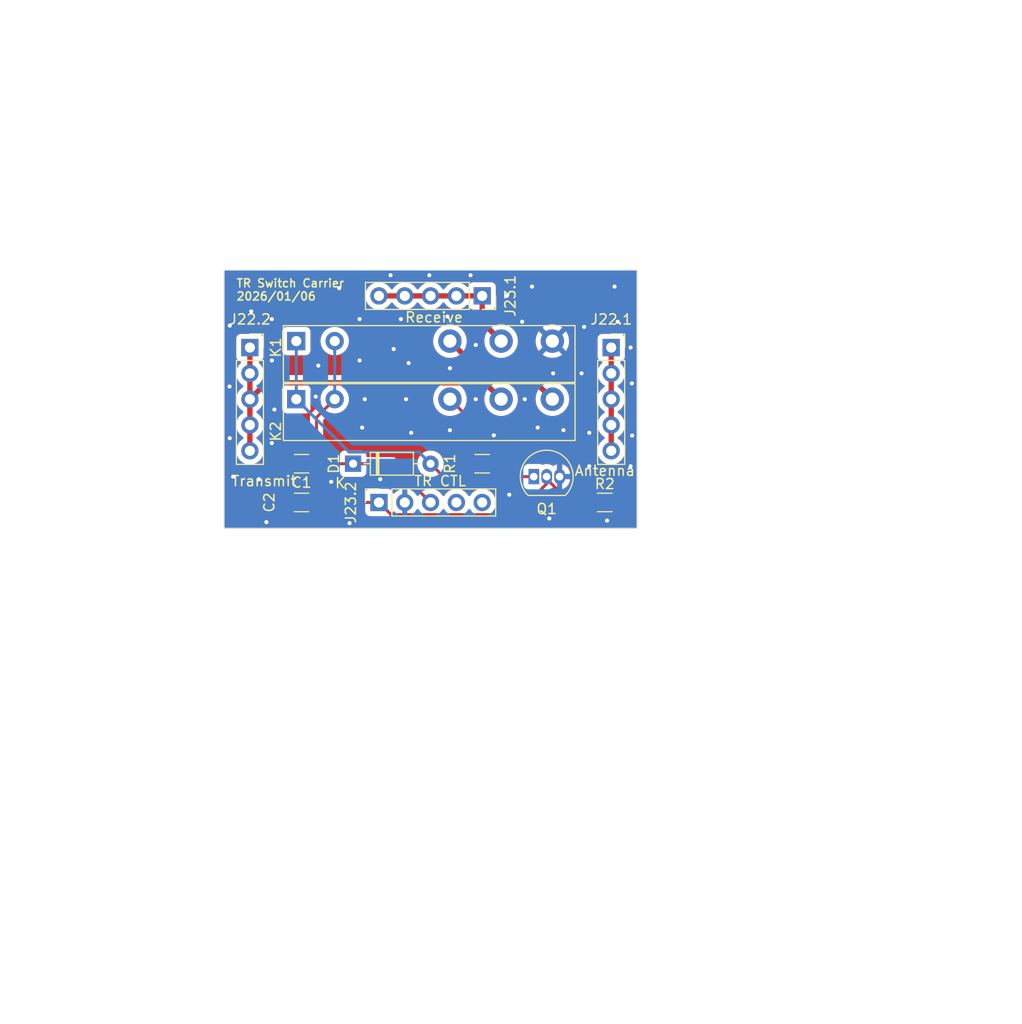
<source format=kicad_pcb>
(kicad_pcb (version 20241229) (generator "pcbnew") (generator_version "9.0")
  (layers (0 "F.Cu" signal) (2 "B.Cu" signal) (13 "F.Paste" user) (15 "B.Paste" user) (5 "F.SilkS" user "F.Silkscreen") (7 "B.SilkS" user "B.Silkscreen") (1 "F.Mask" user) (3 "B.Mask" user) (25 "Edge.Cuts" user))
  (net 0 "")
  (net 1 "GND")
  (net 2 "Net-(D1-K)")
  (net 3 "/TX")
  (net 4 "Net-(D1-A)")
  (net 5 "/ANT")
  (net 6 "Net-(J22.2-Pin_1)")
  (net 7 "Net-(J23.1-Pin_1)")
  (net 10 "Net-(K2-Pad12)")
  (footprint "Resistor_SMD:R_1206_3216Metric" (layer "F.Cu") (at 109.22 99.06)
    (property "Reference" "R2" (at 0 -1.82 0) (layer "F.SilkS"))
    (property "Value" "10k")
    (fp_line (start -0.727064 -0.91) (end 0.727064 -0.91) (stroke (width 0.12)) (layer "F.SilkS"))
    (fp_line (start -0.727064 0.91) (end 0.727064 0.91) (stroke (width 0.12)) (layer "F.SilkS"))
    (pad "1" smd roundrect (at -1.4625 0) (size 1.125 1.75) (layers "F.Cu" "F.Mask" "F.Paste") (roundrect_rratio 0.2222222222) (net 3 "/TX"))
    (pad "2" smd roundrect (at 1.4625 0) (size 1.125 1.75) (layers "F.Cu" "F.Mask" "F.Paste") (roundrect_rratio 0.2222222222) (net 1 "GND"))
  )
  (footprint "Resistor_SMD:R_1206_3216Metric" (layer "F.Cu") (at 97.155 95.25)
    (property "Reference" "R1" (at -3.175 0 90) (layer "F.SilkS"))
    (property "Value" "50R")
    (fp_line (start -0.727064 -0.91) (end 0.727064 -0.91) (stroke (width 0.12)) (layer "F.SilkS"))
    (fp_line (start -0.727064 0.91) (end 0.727064 0.91) (stroke (width 0.12)) (layer "F.SilkS"))
    (pad "1" smd roundrect (at -1.4625 0) (size 1.125 1.75) (layers "F.Cu" "F.Mask" "F.Paste") (roundrect_rratio 0.2222222222) (net 10 "Net-(K2-Pad12)"))
    (pad "2" smd roundrect (at 1.4625 0) (size 1.125 1.75) (layers "F.Cu" "F.Mask" "F.Paste") (roundrect_rratio 0.2222222222) (net 1 "GND"))
  )
  (footprint "T41_Library:Relay_SPDT_HF41F12-ZS" (layer "F.Cu") (at 78.86 88.9)
    (property "Reference" "K2" (at -2.025 3.175 270) (layer "F.SilkS"))
    (property "Value" "HF41F/12-ZS")
    (fp_rect (start 27.432 -1.524) (end -1.27 4.064) (stroke (width 0.12)) (fill no) (layer "F.SilkS"))
    (pad "11" thru_hole circle (at 20.16 0 90) (size 2.3 2.3) (drill 1.3) (layers "*.Cu" "*.Mask") (net 6 "Net-(J22.2-Pin_1)"))
    (pad "12" thru_hole circle (at 15.12 0 90) (size 2.3 2.3) (drill 1.3) (layers "*.Cu" "*.Mask") (net 10 "Net-(K2-Pad12)"))
    (pad "14" thru_hole circle (at 25.2 0 90) (size 2.3 2.3) (drill 1.3) (layers "*.Cu" "*.Mask") (net 5 "/ANT"))
    (pad "A1" thru_hole rect (at 0 0 90) (size 1.8 1.8) (drill 1) (layers "*.Cu" "*.Mask") (net 4 "Net-(D1-A)"))
    (pad "A2" thru_hole circle (at 3.78 0 90) (size 1.8 1.8) (drill 1) (layers "*.Cu" "*.Mask") (net 2 "Net-(D1-K)"))
  )
  (footprint "Capacitor_SMD:C_1206_3216Metric" (layer "F.Cu") (at 79.375 95.25 180)
    (property "Reference" "C1" (at 0 -1.85 0) (layer "F.SilkS"))
    (property "Value" "0.1uF 50V")
    (fp_line (start -0.711252 0.91) (end 0.711252 0.91) (stroke (width 0.12)) (layer "F.SilkS"))
    (fp_line (start -0.711252 -0.91) (end 0.711252 -0.91) (stroke (width 0.12)) (layer "F.SilkS"))
    (pad "1" smd roundrect (at -1.475 0 180) (size 1.15 1.8) (layers "F.Cu" "F.Mask" "F.Paste") (roundrect_rratio 0.2173913043) (net 2 "Net-(D1-K)"))
    (pad "2" smd roundrect (at 1.475 0 180) (size 1.15 1.8) (layers "F.Cu" "F.Mask" "F.Paste") (roundrect_rratio 0.2173913043) (net 1 "GND"))
  )
  (footprint "Connector_PinSocket_2.54mm:PinSocket_1x05_P2.54mm_Vertical" (layer "F.Cu") (at 74.295 83.82)
    (property "Reference" "J22.2" (at 0 -2.77 0) (layer "F.SilkS"))
    (property "Value" "TRANSMIT")
    (fp_line (start -1.33 1.27) (end -1.33 11.49) (stroke (width 0.12)) (layer "F.SilkS"))
    (fp_line (start -1.33 1.27) (end 1.33 1.27) (stroke (width 0.12)) (layer "F.SilkS"))
    (fp_line (start -1.33 11.49) (end 1.33 11.49) (stroke (width 0.12)) (layer "F.SilkS"))
    (fp_line (start 0 -1.33) (end 1.33 -1.33) (stroke (width 0.12)) (layer "F.SilkS"))
    (fp_line (start 1.33 -1.33) (end 1.33 0) (stroke (width 0.12)) (layer "F.SilkS"))
    (fp_line (start 1.33 1.27) (end 1.33 11.49) (stroke (width 0.12)) (layer "F.SilkS"))
    (pad "1" thru_hole rect (at 0 0) (size 1.7 1.7) (drill 1) (layers "*.Cu" "*.Mask") (net 6 "Net-(J22.2-Pin_1)"))
    (pad "2" thru_hole oval (at 0 2.54) (size 1.7 1.7) (drill 1) (layers "*.Cu" "*.Mask") (net 6 "Net-(J22.2-Pin_1)"))
    (pad "3" thru_hole oval (at 0 5.08) (size 1.7 1.7) (drill 1) (layers "*.Cu" "*.Mask") (net 6 "Net-(J22.2-Pin_1)"))
    (pad "4" thru_hole oval (at 0 7.62) (size 1.7 1.7) (drill 1) (layers "*.Cu" "*.Mask") (net 6 "Net-(J22.2-Pin_1)"))
    (pad "5" thru_hole oval (at 0 10.16) (size 1.7 1.7) (drill 1) (layers "*.Cu" "*.Mask") (net 6 "Net-(J22.2-Pin_1)"))
  )
  (footprint "T41_Library:Relay_SPDT_HF41F12-ZS" (layer "F.Cu") (at 78.86 83.185)
    (property "Reference" "K1" (at -2.025 0.635 90) (layer "F.SilkS"))
    (property "Value" "HF41F/12-ZS")
    (fp_rect (start 27.432 -1.524) (end -1.27 4.064) (stroke (width 0.12)) (fill no) (layer "F.SilkS"))
    (pad "11" thru_hole circle (at 20.16 0 90) (size 2.3 2.3) (drill 1.3) (layers "*.Cu" "*.Mask") (net 7 "Net-(J23.1-Pin_1)"))
    (pad "12" thru_hole circle (at 15.12 0 90) (size 2.3 2.3) (drill 1.3) (layers "*.Cu" "*.Mask") (net 5 "/ANT"))
    (pad "14" thru_hole circle (at 25.2 0 90) (size 2.3 2.3) (drill 1.3) (layers "*.Cu" "*.Mask") (net 1 "GND"))
    (pad "A1" thru_hole rect (at 0 0 90) (size 1.8 1.8) (drill 1) (layers "*.Cu" "*.Mask") (net 4 "Net-(D1-A)"))
    (pad "A2" thru_hole circle (at 3.78 0 90) (size 1.8 1.8) (drill 1) (layers "*.Cu" "*.Mask") (net 2 "Net-(D1-K)"))
  )
  (footprint "Diode_THT:D_DO-35_SOD27_P7.62mm_Horizontal" (layer "F.Cu") (at 84.455 95.25)
    (property "Reference" "D1" (at -1.905 0 90) (layer "F.SilkS"))
    (property "Value" "1N4148")
    (fp_line (start 1.04 0) (end 1.69 0) (stroke (width 0.12)) (layer "F.SilkS"))
    (fp_line (start 1.69 -1.12) (end 1.69 1.12) (stroke (width 0.12)) (layer "F.SilkS"))
    (fp_line (start 1.69 1.12) (end 5.93 1.12) (stroke (width 0.12)) (layer "F.SilkS"))
    (fp_line (start 2.29 -1.12) (end 2.29 1.12) (stroke (width 0.12)) (layer "F.SilkS"))
    (fp_line (start 2.41 -1.12) (end 2.41 1.12) (stroke (width 0.12)) (layer "F.SilkS"))
    (fp_line (start 2.53 -1.12) (end 2.53 1.12) (stroke (width 0.12)) (layer "F.SilkS"))
    (fp_line (start 5.93 -1.12) (end 1.69 -1.12) (stroke (width 0.12)) (layer "F.SilkS"))
    (fp_line (start 5.93 1.12) (end 5.93 -1.12) (stroke (width 0.12)) (layer "F.SilkS"))
    (fp_line (start 6.58 0) (end 5.93 0) (stroke (width 0.12)) (layer "F.SilkS"))
    (fp_text user "K" (at -1.27 1.905 0) (layer "F.SilkS"))
    (pad "1" thru_hole rect (at 0 0) (size 1.6 1.6) (drill 0.8) (layers "*.Cu" "*.Mask") (net 2 "Net-(D1-K)"))
    (pad "2" thru_hole oval (at 7.62 0) (size 1.6 1.6) (drill 0.8) (layers "*.Cu" "*.Mask") (net 4 "Net-(D1-A)"))
  )
  (footprint "Capacitor_SMD:C_1206_3216Metric" (layer "F.Cu") (at 79.375 99.06 180)
    (property "Reference" "C2" (at 3.175 0 90) (layer "F.SilkS"))
    (property "Value" "0.1uF 50V")
    (fp_line (start -0.711252 0.91) (end 0.711252 0.91) (stroke (width 0.12)) (layer "F.SilkS"))
    (fp_line (start -0.711252 -0.91) (end 0.711252 -0.91) (stroke (width 0.12)) (layer "F.SilkS"))
    (pad "1" smd roundrect (at -1.475 0 180) (size 1.15 1.8) (layers "F.Cu" "F.Mask" "F.Paste") (roundrect_rratio 0.2173913043) (net 3 "/TX"))
    (pad "2" smd roundrect (at 1.475 0 180) (size 1.15 1.8) (layers "F.Cu" "F.Mask" "F.Paste") (roundrect_rratio 0.2173913043) (net 1 "GND"))
  )
  (footprint "Package_TO_SOT_THT:TO-92_Inline" (layer "F.Cu") (at 102.235 96.52)
    (property "Reference" "Q1" (at 1.27 3.175 0) (layer "F.SilkS"))
    (property "Value" "BS170")
    (fp_line (start -0.53 1.85) (end 3.07 1.85) (stroke (width 0.12)) (layer "F.SilkS"))
    (fp_arc (start -0.568478 1.838478) (mid -1.132087 -0.994977) (end 1.27 -2.6) (stroke (width 0.12)) (layer "F.SilkS"))
    (fp_arc (start 1.27 -2.6) (mid 3.672087 -0.994977) (end 3.108478 1.838478) (stroke (width 0.12)) (layer "F.SilkS"))
    (pad "1" thru_hole rect (at 0 0) (size 1.05 1.5) (drill 0.75) (layers "*.Cu" "*.Mask") (net 4 "Net-(D1-A)"))
    (pad "2" thru_hole oval (at 1.27 0) (size 1.05 1.5) (drill 0.75) (layers "*.Cu" "*.Mask") (net 3 "/TX"))
    (pad "3" thru_hole oval (at 2.54 0) (size 1.05 1.5) (drill 0.75) (layers "*.Cu" "*.Mask") (net 1 "GND"))
  )
  (footprint "Connector_PinSocket_2.54mm:PinSocket_1x05_P2.54mm_Vertical" (layer "F.Cu") (at 86.995 99.06 90)
    (property "Reference" "J23.2" (at 0 -2.77 90) (layer "F.SilkS"))
    (property "Value" "TR CTL")
    (fp_line (start 1.33 -1.33) (end 1.33 0) (stroke (width 0.12)) (layer "F.SilkS"))
    (fp_line (start 0 -1.33) (end 1.33 -1.33) (stroke (width 0.12)) (layer "F.SilkS"))
    (fp_line (start 1.33 1.27) (end 1.33 11.49) (stroke (width 0.12)) (layer "F.SilkS"))
    (fp_line (start -1.33 1.27) (end 1.33 1.27) (stroke (width 0.12)) (layer "F.SilkS"))
    (fp_line (start -1.33 1.27) (end -1.33 11.49) (stroke (width 0.12)) (layer "F.SilkS"))
    (fp_line (start -1.33 11.49) (end 1.33 11.49) (stroke (width 0.12)) (layer "F.SilkS"))
    (pad "1" thru_hole rect (at 0 0 90) (size 1.7 1.7) (drill 1) (layers "*.Cu" "*.Mask") (net 3 "/TX"))
    (pad "2" thru_hole oval (at 0 2.54 90) (size 1.7 1.7) (drill 1) (layers "*.Cu" "*.Mask") (net 1 "GND"))
    (pad "3" thru_hole oval (at 0 5.08 90) (size 1.7 1.7) (drill 1) (layers "*.Cu" "*.Mask") (net 2 "Net-(D1-K)"))
    (pad "4" thru_hole oval (at 0 7.62 90) (size 1.7 1.7) (drill 1) (layers "*.Cu" "*.Mask"))
    (pad "5" thru_hole oval (at 0 10.16 90) (size 1.7 1.7) (drill 1) (layers "*.Cu" "*.Mask"))
  )
  (footprint "Connector_PinSocket_2.54mm:PinSocket_1x05_P2.54mm_Vertical" (layer "F.Cu") (at 97.155 78.74 -90)
    (property "Reference" "J23.1" (at 0 -2.77 270) (layer "F.SilkS"))
    (property "Value" "RECEIVE")
    (fp_line (start -1.33 11.49) (end 1.33 11.49) (stroke (width 0.12)) (layer "F.SilkS"))
    (fp_line (start -1.33 1.27) (end -1.33 11.49) (stroke (width 0.12)) (layer "F.SilkS"))
    (fp_line (start -1.33 1.27) (end 1.33 1.27) (stroke (width 0.12)) (layer "F.SilkS"))
    (fp_line (start 1.33 1.27) (end 1.33 11.49) (stroke (width 0.12)) (layer "F.SilkS"))
    (fp_line (start 0 -1.33) (end 1.33 -1.33) (stroke (width 0.12)) (layer "F.SilkS"))
    (fp_line (start 1.33 -1.33) (end 1.33 0) (stroke (width 0.12)) (layer "F.SilkS"))
    (pad "1" thru_hole rect (at 0 0 270) (size 1.7 1.7) (drill 1) (layers "*.Cu" "*.Mask") (net 7 "Net-(J23.1-Pin_1)"))
    (pad "2" thru_hole oval (at 0 2.54 270) (size 1.7 1.7) (drill 1) (layers "*.Cu" "*.Mask") (net 7 "Net-(J23.1-Pin_1)"))
    (pad "3" thru_hole oval (at 0 5.08 270) (size 1.7 1.7) (drill 1) (layers "*.Cu" "*.Mask") (net 7 "Net-(J23.1-Pin_1)"))
    (pad "4" thru_hole oval (at 0 7.62 270) (size 1.7 1.7) (drill 1) (layers "*.Cu" "*.Mask") (net 7 "Net-(J23.1-Pin_1)"))
    (pad "5" thru_hole oval (at 0 10.16 270) (size 1.7 1.7) (drill 1) (layers "*.Cu" "*.Mask") (net 7 "Net-(J23.1-Pin_1)"))
  )
  (footprint "Connector_PinSocket_2.54mm:PinSocket_1x05_P2.54mm_Vertical" (layer "F.Cu") (at 109.855 83.82)
    (property "Reference" "J22.1" (at 0 -2.77 180) (layer "F.SilkS"))
    (property "Value" "ANTENNA")
    (fp_line (start -1.33 1.27) (end -1.33 11.49) (stroke (width 0.12)) (layer "F.SilkS"))
    (fp_line (start -1.33 1.27) (end 1.33 1.27) (stroke (width 0.12)) (layer "F.SilkS"))
    (fp_line (start -1.33 11.49) (end 1.33 11.49) (stroke (width 0.12)) (layer "F.SilkS"))
    (fp_line (start 0 -1.33) (end 1.33 -1.33) (stroke (width 0.12)) (layer "F.SilkS"))
    (fp_line (start 1.33 -1.33) (end 1.33 0) (stroke (width 0.12)) (layer "F.SilkS"))
    (fp_line (start 1.33 1.27) (end 1.33 11.49) (stroke (width 0.12)) (layer "F.SilkS"))
    (pad "1" thru_hole rect (at 0 0) (size 1.7 1.7) (drill 1) (layers "*.Cu" "*.Mask") (net 5 "/ANT"))
    (pad "2" thru_hole oval (at 0 2.54) (size 1.7 1.7) (drill 1) (layers "*.Cu" "*.Mask") (net 5 "/ANT"))
    (pad "3" thru_hole oval (at 0 5.08) (size 1.7 1.7) (drill 1) (layers "*.Cu" "*.Mask") (net 5 "/ANT"))
    (pad "4" thru_hole oval (at 0 7.62) (size 1.7 1.7) (drill 1) (layers "*.Cu" "*.Mask") (net 5 "/ANT"))
    (pad "5" thru_hole oval (at 0 10.16) (size 1.7 1.7) (drill 1) (layers "*.Cu" "*.Mask") (net 5 "/ANT"))
  )
  (gr_rect (start 71.755 76.2) (end 112.395 101.6) (stroke (width 0.1)) (fill no) (layer "Edge.Cuts"))
  (gr_text "Transmit" (at 72.39 97.536 0) (layer "F.SilkS") (effects (font (size 1 1)) (justify left bottom)))
  (gr_text "Receive" (at 89.4842 81.4324 0) (layer "F.SilkS") (effects (font (size 1 1)) (justify left bottom)))
  (gr_text "Antenna" (at 106.172 96.52 0) (layer "F.SilkS") (effects (font (size 1 1)) (justify left bottom)))
  (gr_text "TR CTL" (at 90.3732 97.536 0) (layer "F.SilkS") (effects (font (size 1 1)) (justify left bottom)))
  (gr_text "TR Switch Carrier\n2026/01/06" (at 72.898 79.248 0) (layer "F.SilkS") (effects (font (size 0.8 0.8)) (justify left bottom)))
  (via (at 102.616 91.694) (size 0.8) (drill 0.4) (layers "F.Cu" "B.Cu") (net 1))
  (via (at 76.454 81.026) (size 0.8) (drill 0.4) (layers "F.Cu" "B.Cu") (net 1))
  (via (at 107.696 92.202) (size 0.8) (drill 0.4) (layers "F.Cu" "B.Cu") (net 1))
  (via (at 110.49 81.28) (size 0.8) (drill 0.4) (layers "F.Cu" "B.Cu") (net 1))
  (via (at 84.0994 101.092) (size 0.8) (drill 0.4) (layers "F.Cu" "B.Cu") (net 1))
  (via (at 82.296 97.028) (size 0.8) (drill 0.4) (layers "F.Cu" "B.Cu") (net 1))
  (via (at 107.188 81.788) (size 0.8) (drill 0.4) (layers "F.Cu" "B.Cu") (net 1))
  (via (at 96.52 83.566) (size 0.8) (drill 0.4) (layers "F.Cu" "B.Cu") (net 1))
  (via (at 99.822 98.298) (size 0.8) (drill 0.4) (layers "F.Cu" "B.Cu") (net 1))
  (via (at 74.422 80.264) (size 0.8) (drill 0.4) (layers "F.Cu" "B.Cu") (net 1))
  (via (at 88.138 76.708) (size 0.8) (drill 0.4) (layers "F.Cu" "B.Cu") (net 1))
  (via (at 87.122 96.774) (size 0.8) (drill 0.4) (layers "F.Cu" "B.Cu") (net 1))
  (via (at 101.092 81.28) (size 0.8) (drill 0.4) (layers "F.Cu" "B.Cu") (net 1))
  (via (at 107.696 95.504) (size 0.8) (drill 0.4) (layers "F.Cu" "B.Cu") (net 1))
  (via (at 96.52 88.9) (size 0.8) (drill 0.4) (layers "F.Cu" "B.Cu") (net 1))
  (via (at 85.09 85.09) (size 0.8) (drill 0.4) (layers "F.Cu" "B.Cu") (net 1))
  (via (at 80.772 88.646) (size 0.8) (drill 0.4) (layers "F.Cu" "B.Cu") (net 1))
  (via (at 81.026 85.598) (size 0.8) (drill 0.4) (layers "F.Cu" "B.Cu") (net 1))
  (via (at 91.948 76.708) (size 0.8) (drill 0.4) (layers "F.Cu" "B.Cu") (net 1))
  (via (at 83.0834 77.978) (size 0.8) (drill 0.4) (layers "F.Cu" "B.Cu") (net 1))
  (via (at 85.09 81.026) (size 0.8) (drill 0.4) (layers "F.Cu" "B.Cu") (net 1))
  (via (at 76.454 93.218) (size 0.8) (drill 0.4) (layers "F.Cu" "B.Cu") (net 1))
  (via (at 72.2884 87.6554) (size 0.8) (drill 0.4) (layers "F.Cu" "B.Cu") (net 1))
  (via (at 110.1852 77.8256) (size 0.8) (drill 0.4) (layers "F.Cu" "B.Cu") (net 1))
  (via (at 99.568 78.74) (size 0.8) (drill 0.4) (layers "F.Cu" "B.Cu") (net 1))
  (via (at 89.916 85.344) (size 0.8) (drill 0.4) (layers "F.Cu" "B.Cu") (net 1))
  (via (at 88.4428 83.9724) (size 0.8) (drill 0.4) (layers "F.Cu" "B.Cu") (net 1))
  (via (at 89.662 88.9) (size 0.8) (drill 0.4) (layers "F.Cu" "B.Cu") (net 1))
  (via (at 111.76 95.504) (size 0.8) (drill 0.4) (layers "F.Cu" "B.Cu") (net 1))
  (via (at 111.887 87.3506) (size 0.8) (drill 0.4) (layers "F.Cu" "B.Cu") (net 1))
  (via (at 93.98 85.852) (size 0.8) (drill 0.4) (layers "F.Cu" "B.Cu") (net 1))
  (via (at 111.9124 92.4814) (size 0.8) (drill 0.4) (layers "F.Cu" "B.Cu") (net 1))
  (via (at 103.759 100.6348) (size 0.8) (drill 0.4) (layers "F.Cu" "B.Cu") (net 1))
  (via (at 109.4486 100.838) (size 0.8) (drill 0.4) (layers "F.Cu" "B.Cu") (net 1))
  (via (at 104.14 86.36) (size 0.8) (drill 0.4) (layers "F.Cu" "B.Cu") (net 1))
  (via (at 93.726 80.772) (size 0.8) (drill 0.4) (layers "F.Cu" "B.Cu") (net 1))
  (via (at 101.346 88.9) (size 0.8) (drill 0.4) (layers "F.Cu" "B.Cu") (net 1))
  (via (at 102.0572 77.8256) (size 0.8) (drill 0.4) (layers "F.Cu" "B.Cu") (net 1))
  (via (at 111.76 83.82) (size 0.8) (drill 0.4) (layers "F.Cu" "B.Cu") (net 1))
  (via (at 98.298 92.456) (size 0.8) (drill 0.4) (layers "F.Cu" "B.Cu") (net 1))
  (via (at 85.344 91.694) (size 0.8) (drill 0.4) (layers "F.Cu" "B.Cu") (net 1))
  (via (at 72.3138 92.7354) (size 0.8) (drill 0.4) (layers "F.Cu" "B.Cu") (net 1))
  (via (at 106.934 86.36) (size 0.8) (drill 0.4) (layers "F.Cu" "B.Cu") (net 1))
  (via (at 75.184 96.774) (size 0.8) (drill 0.4) (layers "F.Cu" "B.Cu") (net 1))
  (via (at 72.3138 81.661) (size 0.8) (drill 0.4) (layers "F.Cu" "B.Cu") (net 1))
  (via (at 89.154 81.026) (size 0.8) (drill 0.4) (layers "F.Cu" "B.Cu") (net 1))
  (via (at 105.156 91.948) (size 0.8) (drill 0.4) (layers "F.Cu" "B.Cu") (net 1))
  (via (at 72.644 96.52) (size 0.8) (drill 0.4) (layers "F.Cu" "B.Cu") (net 1))
  (via (at 93.98 91.948) (size 0.8) (drill 0.4) (layers "F.Cu" "B.Cu") (net 1))
  (via (at 96.012 76.708) (size 0.8) (drill 0.4) (layers "F.Cu" "B.Cu") (net 1))
  (via (at 75.9206 100.9904) (size 0.8) (drill 0.4) (layers "F.Cu" "B.Cu") (net 1))
  (via (at 76.454 85.09) (size 0.8) (drill 0.4) (layers "F.Cu" "B.Cu") (net 1))
  (via (at 85.598 88.9) (size 0.8) (drill 0.4) (layers "F.Cu" "B.Cu") (net 1))
  (via (at 90.17 92.202) (size 0.8) (drill 0.4) (layers "F.Cu" "B.Cu") (net 1))
  (via (at 76.708 89.916) (size 0.8) (drill 0.4) (layers "F.Cu" "B.Cu") (net 1))
  (segment (start 80.85 90.69) (end 82.64 88.9) (width 0.293) (layer "F.Cu") (net 2))
  (segment (start 88.265 95.25) (end 84.455 95.25) (width 0.293) (layer "F.Cu") (net 2))
  (segment (start 92.075 99.06) (end 88.265 95.25) (width 0.293) (layer "F.Cu") (net 2))
  (segment (start 80.85 95.25) (end 80.85 90.69) (width 0.293) (layer "F.Cu") (net 2))
  (segment (start 80.85 95.25) (end 84.455 95.25) (width 0.293) (layer "F.Cu") (net 2))
  (segment (start 82.64 83.185) (end 82.64 88.9) (width 0.293) (layer "B.Cu") (net 2))
  (segment (start 107.7575 99.06) (end 105.82 99.06) (width 0.293) (layer "F.Cu") (net 3))
  (segment (start 103.505 96.745) (end 103.505 96.52) (width 0.293) (layer "F.Cu") (net 3))
  (segment (start 100.4665 100.2565) (end 103.505 97.218) (width 0.293) (layer "F.Cu") (net 3))
  (segment (start 103.505 97.218) (end 103.505 96.52) (width 0.293) (layer "F.Cu") (net 3))
  (segment (start 80.85 99.06) (end 86.995 99.06) (width 0.293) (layer "F.Cu") (net 3))
  (segment (start 88.1915 100.2565) (end 100.4665 100.2565) (width 0.293) (layer "F.Cu") (net 3))
  (segment (start 105.82 99.06) (end 103.505 96.745) (width 0.293) (layer "F.Cu") (net 3))
  (segment (start 86.995 99.06) (end 88.1915 100.2565) (width 0.293) (layer "F.Cu") (net 3))
  (segment (start 92.075 95.25) (end 93.345 96.52) (width 0.293) (layer "F.Cu") (net 4))
  (segment (start 93.345 96.52) (end 102.235 96.52) (width 0.293) (layer "F.Cu") (net 4))
  (segment (start 84.0635 94.1035) (end 78.86 88.9) (width 0.293) (layer "B.Cu") (net 4))
  (segment (start 92.075 95.25) (end 90.9285 94.1035) (width 0.293) (layer "B.Cu") (net 4))
  (segment (start 90.9285 94.1035) (end 84.0635 94.1035) (width 0.293) (layer "B.Cu") (net 4))
  (segment (start 78.86 88.9) (end 78.86 83.185) (width 0.293) (layer "B.Cu") (net 4))
  (segment (start 96.5708 85.7758) (end 93.98 83.185) (width 0.525) (layer "F.Cu") (net 5))
  (segment (start 104.06 88.9) (end 100.9358 85.7758) (width 0.525) (layer "F.Cu") (net 5))
  (segment (start 109.855 83.82) (end 109.855 86.36) (width 0.525) (layer "F.Cu") (net 5))
  (segment (start 109.855 86.36) (end 109.855 88.9) (width 0.525) (layer "F.Cu") (net 5))
  (segment (start 109.855 88.9) (end 109.855 91.44) (width 0.525) (layer "F.Cu") (net 5))
  (segment (start 100.9358 85.7758) (end 96.5708 85.7758) (width 0.525) (layer "F.Cu") (net 5))
  (segment (start 109.855 91.44) (end 109.855 93.98) (width 0.525) (layer "F.Cu") (net 5))
  (segment (start 74.295 88.9) (end 74.295 91.44) (width 0.525) (layer "F.Cu") (net 6))
  (segment (start 97.4075 87.2875) (end 99.02 88.9) (width 0.525) (layer "F.Cu") (net 6))
  (segment (start 75.9075 87.2875) (end 97.4075 87.2875) (width 0.525) (layer "F.Cu") (net 6))
  (segment (start 74.295 88.9) (end 75.9075 87.2875) (width 0.525) (layer "F.Cu") (net 6))
  (segment (start 74.295 91.44) (end 74.295 93.98) (width 0.525) (layer "F.Cu") (net 6))
  (segment (start 74.295 86.36) (end 74.295 88.9) (width 0.525) (layer "F.Cu") (net 6))
  (segment (start 74.295 83.82) (end 74.295 86.36) (width 0.525) (layer "F.Cu") (net 6))
  (segment (start 94.615 78.74) (end 97.155 78.74) (width 0.525) (layer "F.Cu") (net 7))
  (segment (start 97.155 81.32) (end 99.02 83.185) (width 0.525) (layer "F.Cu") (net 7))
  (segment (start 89.535 78.74) (end 92.075 78.74) (width 0.525) (layer "F.Cu") (net 7))
  (segment (start 86.995 78.74) (end 89.535 78.74) (width 0.525) (layer "F.Cu") (net 7))
  (segment (start 92.075 78.74) (end 94.615 78.74) (width 0.525) (layer "F.Cu") (net 7))
  (segment (start 97.155 78.74) (end 97.155 81.32) (width 0.525) (layer "F.Cu") (net 7))
  (segment (start 95.6925 95.25) (end 95.6925 90.6125) (width 0.293) (layer "F.Cu") (net 10))
  (segment (start 95.6925 90.6125) (end 93.98 88.9) (width 0.293) (layer "F.Cu") (net 10))
  (zone (net 1) (net_name "GND") (layers "F.Cu" "B.Cu") (connect_pads (clearance 0.5)) (min_thickness 0.25) (fill yes (thermal_gap 0.5) (thermal_bridge_width 0.5))
    (polygon (pts (xy 71.755 76.2) (xy 112.395 76.2) (xy 112.395 101.6) (xy 71.755 101.6)))
  )
)
</source>
